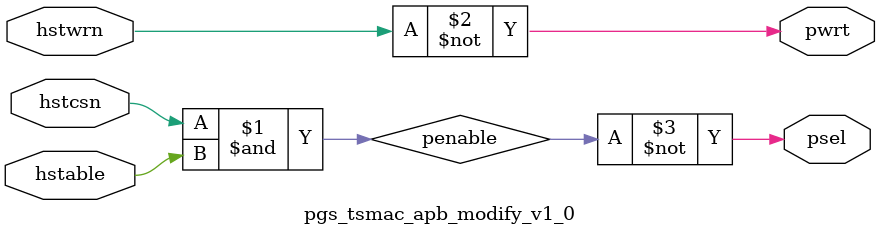
<source format=v>
`timescale 1ns / 1ns

module pgs_tsmac_apb_modify_v1_0
(
   hstcsn  ,
   hstwrn  , 
   hstable ,
   pwrt    ,
   psel  
);

// ------------------------------------------------------------------------
// --- Port Declarations
input         hstcsn;    //APB selection 
input         hstwrn;    //APB write 
input         hstable ;  //APB enable
output        pwrt;      //inverse write 
output        psel;      //inverse selection


 wire     penable;
 assign   penable=hstcsn&hstable;                              
 assign   pwrt=~hstwrn;
 assign   psel=~penable; 

endmodule  
  
</source>
